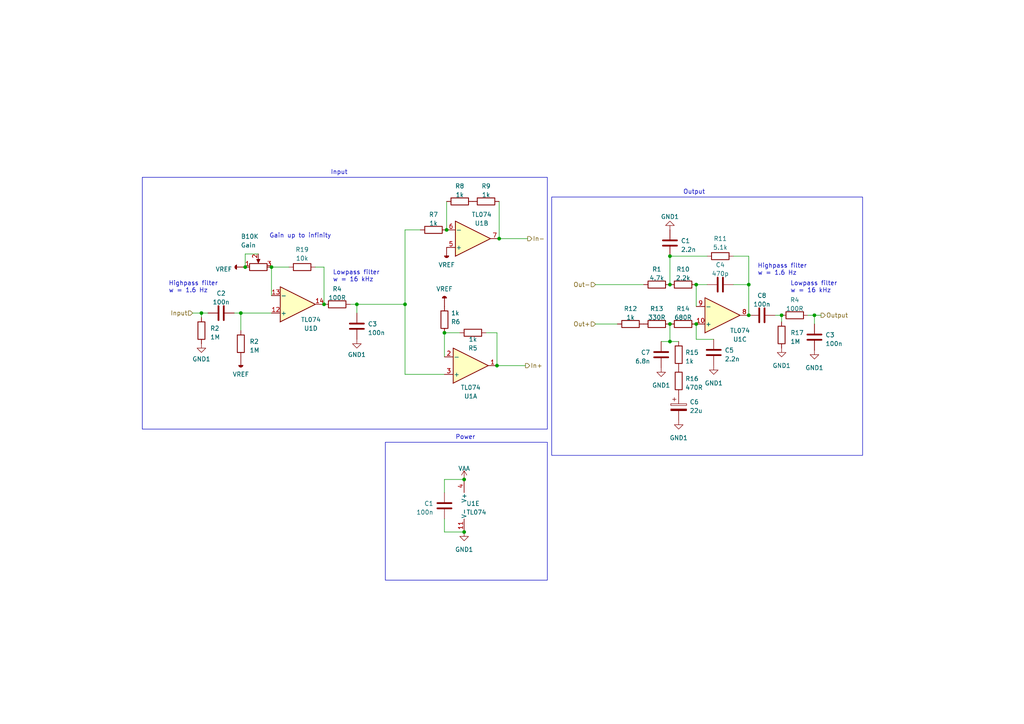
<source format=kicad_sch>
(kicad_sch (version 20230121) (generator eeschema)
  (paper "A4")
  (lib_symbols
    (symbol "Amplifier_Operational:TL074" (pin_names (offset 0.127))
      (property "Reference" "U" (at 0 5.08 0))
      (property "Value" "TL074" (at 0 -5.08 0))
      (symbol "TL074_1_1"
        (polyline (pts (xy -5.08 5.08) (xy 5.08 0) (xy -5.08 -5.08) (xy -5.08 5.08)) (stroke (width 0.254)) (fill (type background)))
        (pin output line (at 7.62 0 180) (length 2.54) (name "~") (number "1"))
        (pin input line (at -7.62 -2.54 0) (length 2.54) (name "-") (number "2"))
        (pin input line (at -7.62 2.54 0) (length 2.54) (name "+") (number "3"))
      )
      (symbol "TL074_2_1"
        (polyline (pts (xy -5.08 5.08) (xy 5.08 0) (xy -5.08 -5.08) (xy -5.08 5.08)) (stroke (width 0.254)) (fill (type background)))
        (pin input line (at -7.62 2.54 0) (length 2.54) (name "+") (number "5"))
        (pin input line (at -7.62 -2.54 0) (length 2.54) (name "-") (number "6"))
        (pin output line (at 7.62 0 180) (length 2.54) (name "~") (number "7"))
      )
      (symbol "TL074_3_1"
        (polyline (pts (xy -5.08 5.08) (xy 5.08 0) (xy -5.08 -5.08) (xy -5.08 5.08)) (stroke (width 0.254)) (fill (type background)))
        (pin input line (at -7.62 2.54 0) (length 2.54) (name "+") (number "10"))
        (pin output line (at 7.62 0 180) (length 2.54) (name "~") (number "8"))
        (pin input line (at -7.62 -2.54 0) (length 2.54) (name "-") (number "9"))
      )
      (symbol "TL074_4_1"
        (polyline (pts (xy -5.08 5.08) (xy 5.08 0) (xy -5.08 -5.08) (xy -5.08 5.08)) (stroke (width 0.254)) (fill (type background)))
        (pin input line (at -7.62 2.54 0) (length 2.54) (name "+") (number "12"))
        (pin input line (at -7.62 -2.54 0) (length 2.54) (name "-") (number "13"))
        (pin output line (at 7.62 0 180) (length 2.54) (name "~") (number "14"))
      )
      (symbol "TL074_5_1"
        (pin power_in line (at -2.54 -7.62 90) (length 3.81) (name "V-") (number "11"))
        (pin power_in line (at -2.54 7.62 270) (length 3.81) (name "V+") (number "4"))
      )
    )
    (symbol "Device:C" (pin_numbers hide) (pin_names (offset 0.254))
      (property "Reference" "C" (at 0.635 2.54 0))
      (property "Value" "C" (at 0.635 -2.54 0))
      (symbol "C_0_1"
        (polyline (pts (xy -2.032 -0.762) (xy 2.032 -0.762)) (stroke (width 0.508)))
        (polyline (pts (xy -2.032 0.762) (xy 2.032 0.762)) (stroke (width 0.508)))
      )
      (symbol "C_1_1"
        (pin passive line (at 0 3.81 270) (length 2.794) (name "~") (number "1"))
        (pin passive line (at 0 -3.81 90) (length 2.794) (name "~") (number "2"))
      )
    )
    (symbol "Device:C_Polarized" (pin_numbers hide) (pin_names (offset 0.254))
      (property "Reference" "C" (at 0.635 2.54 0))
      (property "Value" "C_Polarized" (at 0.635 -2.54 0))
      (symbol "C_Polarized_0_1"
        (rectangle (start -2.286 0.508) (end 2.286 1.016))
        (polyline (pts (xy -1.778 2.286) (xy -0.762 2.286)))
        (polyline (pts (xy -1.27 2.794) (xy -1.27 1.778)))
        (rectangle (start 2.286 -0.508) (end -2.286 -1.016) (fill (type outline)))
      )
      (symbol "C_Polarized_1_1"
        (pin passive line (at 0 3.81 270) (length 2.794) (name "~") (number "1"))
        (pin passive line (at 0 -3.81 90) (length 2.794) (name "~") (number "2"))
      )
    )
    (symbol "Device:R" (pin_numbers hide) (pin_names (offset 0))
      (property "Reference" "R" (at 2.032 0 90))
      (property "Value" "R" (at 0 0 90))
      (symbol "R_0_1"
        (rectangle (start -1.016 -2.54) (end 1.016 2.54) (stroke (width 0.254)))
      )
      (symbol "R_1_1"
        (pin passive line (at 0 3.81 270) (length 1.27) (name "~") (number "1"))
        (pin passive line (at 0 -3.81 90) (length 1.27) (name "~") (number "2"))
      )
    )
    (symbol "Device:R_Potentiometer" (pin_names (offset 1.016) hide)
      (property "Reference" "RV" (at -4.445 0 90))
      (property "Value" "R_Potentiometer" (at -2.54 0 90))
      (symbol "R_Potentiometer_0_1"
        (polyline (pts (xy 2.54 0) (xy 1.524 0)))
        (polyline (pts (xy 1.143 0) (xy 2.286 0.508) (xy 2.286 -0.508) (xy 1.143 0)) (fill (type outline)))
        (rectangle (start 1.016 2.54) (end -1.016 -2.54) (stroke (width 0.254)))
      )
      (symbol "R_Potentiometer_1_1"
        (pin passive line (at 0 3.81 270) (length 1.27) (name "1") (number "1"))
        (pin passive line (at 3.81 0 180) (length 1.27) (name "2") (number "2"))
        (pin passive line (at 0 -3.81 90) (length 1.27) (name "3") (number "3"))
      )
    )
    (symbol "power:GND1" (power) (pin_names (offset 0))
      (property "Value" "GND1" (at 0 -3.81 0))
      (symbol "GND1_0_1"
        (polyline (pts (xy 0 0) (xy 0 -1.27) (xy 1.27 -1.27) (xy 0 -2.54) (xy -1.27 -1.27) (xy 0 -1.27)))
      )
      (symbol "GND1_1_1"
        (pin power_in line (at 0 0 270) (length 0) hide (name "GND1") (number "1"))
      )
    )
    (symbol "power:VAA" (power) (pin_names (offset 0))
      (property "Value" "VAA" (at 0 3.81 0))
      (symbol "VAA_0_1"
        (polyline (pts (xy -0.762 1.27) (xy 0 2.54)))
        (polyline (pts (xy 0 0) (xy 0 2.54)))
        (polyline (pts (xy 0 2.54) (xy 0.762 1.27)))
      )
      (symbol "VAA_1_1"
        (pin power_in line (at 0 0 90) (length 0) hide (name "VAA") (number "1"))
      )
    )
    (symbol "rust-sound-card:VREF" (power) (pin_numbers hide) (pin_names (offset 0) hide) (in_bom no) (on_board no)
      (property "Value" "VREF" (at 0 7.62 0))
      (symbol "VREF_0_0"
        (polyline (pts (xy 0.6335 2.4566) (xy -0.6365 2.4566)))
        (arc (start 0.6335 2.4566) (mid -0.0042 3.0056) (end -0.6386 2.4527) (fill (type outline)))
      )
      (symbol "VREF_1_1"
        (pin power_in line (at 0 0 90) (length 3) (name "VREF") (number ""))
      )
    )
  )
  (junction (at 134.62 139.065))
  (junction (at 129.54 66.675))
  (junction (at 217.17 91.44))
  (junction (at 78.74 77.47))
  (junction (at 226.695 91.44))
  (junction (at 93.98 88.265))
  (junction (at 194.31 93.98))
  (junction (at 103.505 88.265))
  (junction (at 71.12 77.47))
  (junction (at 201.93 82.55))
  (junction (at 69.85 90.805))
  (junction (at 117.475 88.265))
  (junction (at 194.31 82.55))
  (junction (at 128.905 96.52))
  (junction (at 236.22 91.44))
  (junction (at 144.78 69.215))
  (junction (at 134.62 154.305))
  (junction (at 58.42 90.805))
  (junction (at 201.93 93.98))
  (junction (at 194.31 99.06))
  (junction (at 217.17 82.55))
  (junction (at 194.31 74.295))
  (junction (at 144.145 106.045))
  (wire (pts (xy 128.905 154.305) (xy 134.62 154.305)))
  (wire (pts (xy 236.22 91.44) (xy 236.22 93.98)))
  (wire (pts (xy 194.31 74.295) (xy 194.31 82.55)))
  (wire (pts (xy 117.475 108.585) (xy 117.475 88.265)))
  (wire (pts (xy 103.505 88.265) (xy 103.505 90.805)))
  (wire (pts (xy 117.475 88.265) (xy 117.475 66.675)))
  (wire (pts (xy 117.475 66.675) (xy 121.92 66.675)))
  (wire (pts (xy 201.93 82.55) (xy 201.93 88.9)))
  (wire (pts (xy 69.85 90.805) (xy 69.85 95.885)))
  (wire (pts (xy 212.725 74.295) (xy 217.17 74.295)))
  (wire (pts (xy 207.01 98.425) (xy 201.93 98.425)))
  (wire (pts (xy 224.79 91.44) (xy 226.695 91.44)))
  (wire (pts (xy 74.93 73.66) (xy 71.12 73.66)))
  (wire (pts (xy 194.31 93.98) (xy 194.31 99.06)))
  (wire (pts (xy 67.945 90.805) (xy 69.85 90.805)))
  (wire (pts (xy 128.905 96.52) (xy 128.905 103.505)))
  (wire (pts (xy 144.78 69.215) (xy 153.035 69.215)))
  (wire (pts (xy 58.42 90.805) (xy 58.42 92.075)))
  (wire (pts (xy 144.78 58.42) (xy 144.78 69.215)))
  (wire (pts (xy 129.54 58.42) (xy 129.54 66.675)))
  (wire (pts (xy 78.74 77.47) (xy 78.74 85.725)))
  (wire (pts (xy 234.315 91.44) (xy 236.22 91.44)))
  (wire (pts (xy 101.6 88.265) (xy 103.505 88.265)))
  (wire (pts (xy 133.35 96.52) (xy 128.905 96.52)))
  (wire (pts (xy 55.88 90.805) (xy 58.42 90.805)))
  (wire (pts (xy 83.82 77.47) (xy 78.74 77.47)))
  (wire (pts (xy 236.22 91.44) (xy 238.125 91.44)))
  (wire (pts (xy 212.725 82.55) (xy 217.17 82.55)))
  (wire (pts (xy 140.97 96.52) (xy 144.145 96.52)))
  (wire (pts (xy 144.145 106.045) (xy 152.4 106.045)))
  (wire (pts (xy 217.17 74.295) (xy 217.17 82.55)))
  (wire (pts (xy 191.77 99.06) (xy 194.31 99.06)))
  (wire (pts (xy 91.44 77.47) (xy 93.98 77.47)))
  (wire (pts (xy 194.31 99.06) (xy 196.85 99.06)))
  (wire (pts (xy 205.105 82.55) (xy 201.93 82.55)))
  (wire (pts (xy 226.695 91.44) (xy 226.695 93.345)))
  (wire (pts (xy 117.475 108.585) (xy 128.905 108.585)))
  (wire (pts (xy 69.85 90.805) (xy 78.74 90.805)))
  (wire (pts (xy 71.12 73.66) (xy 71.12 77.47)))
  (wire (pts (xy 128.905 139.065) (xy 134.62 139.065)))
  (wire (pts (xy 172.72 93.98) (xy 179.07 93.98)))
  (wire (pts (xy 217.17 82.55) (xy 217.17 91.44)))
  (wire (pts (xy 205.105 74.295) (xy 194.31 74.295)))
  (wire (pts (xy 58.42 90.805) (xy 60.325 90.805)))
  (wire (pts (xy 103.505 88.265) (xy 117.475 88.265)))
  (wire (pts (xy 144.145 96.52) (xy 144.145 106.045)))
  (wire (pts (xy 172.72 82.55) (xy 186.69 82.55)))
  (wire (pts (xy 128.905 150.495) (xy 128.905 154.305)))
  (wire (pts (xy 128.905 142.875) (xy 128.905 139.065)))
  (wire (pts (xy 201.93 98.425) (xy 201.93 93.98)))
  (wire (pts (xy 93.98 77.47) (xy 93.98 88.265)))
  (rectangle (start 41.275 51.435) (end 158.75 124.46))
  (rectangle (start 160.02 57.15) (end 250.19 132.08))
  (rectangle (start 111.76 128.27) (end 158.75 168.275))
  (text "Lowpass filter\nw = 16 kHz" (at 229.235 85.09 0) (effects (font (size 1.27 1.27)) (justify left bottom)))
  (text "Highpass filter\nw = 1.6 Hz" (at 48.895 85.09 0) (effects (font (size 1.27 1.27)) (justify left bottom)))
  (text "Gain up to infinity" (at 78.105 69.215 0) (effects (font (size 1.27 1.27)) (justify left bottom)))
  (text "Power" (at 132.08 127.635 0) (effects (font (size 1.27 1.27)) (justify left bottom)))
  (text "Input" (at 95.885 50.8 0) (effects (font (size 1.27 1.27)) (justify left bottom)))
  (text "Lowpass filter\nw = 16 kHz" (at 96.52 81.915 0) (effects (font (size 1.27 1.27)) (justify left bottom)))
  (text "Output" (at 198.12 56.515 0) (effects (font (size 1.27 1.27)) (justify left bottom)))
  (text "Highpass filter\nw = 1.6 Hz" (at 219.71 80.01 0) (effects (font (size 1.27 1.27)) (justify left bottom)))
  (hierarchical_label "In+" (shape output) (at 152.4 106.045 0))
  (hierarchical_label "Output" (shape output) (at 238.125 91.44 0))
  (hierarchical_label "In-" (shape output) (at 153.035 69.215 0))
  (hierarchical_label "Out-" (shape input) (at 172.72 82.55 180))
  (hierarchical_label "Input" (shape input) (at 55.88 90.805 180))
  (hierarchical_label "Out+" (shape input) (at 172.72 93.98 180))
  (symbol (lib_id "Device:R") (at 208.915 74.295 90) (unit 1)
    (property "Reference" "R11" (at 208.915 69.215 90))
    (property "Value" "5.1k" (at 208.915 71.755 90))
    (instances (project "rust-sound-card" (path "" (reference "R11") (unit 1)) (path "" (reference "R33") (unit 1)) (path "" (reference "R16") (unit 1))))
  )
  (symbol (lib_id "Device:R") (at 97.79 88.265 90) (unit 1)
    (property "Reference" "R4" (at 97.79 83.82 90))
    (property "Value" "100R" (at 97.79 86.36 90))
    (instances (project "rust-sound-card" (path "" (reference "R4") (unit 1)) (path "" (reference "R20") (unit 1)) (path "" (reference "R3") (unit 1))))
  )
  (symbol (lib_id "Device:C") (at 64.135 90.805 90) (unit 1)
    (property "Reference" "C2" (at 64.135 85.09 90))
    (property "Value" "100n" (at 64.135 87.63 90))
    (instances (project "rust-sound-card" (path "" (reference "C2") (unit 1)) (path "" (reference "C9") (unit 1)) (path "" (reference "C2") (unit 1))))
  )
  (symbol (lib_id "Device:C") (at 208.915 82.55 90) (unit 1)
    (property "Reference" "C4" (at 208.915 76.835 90))
    (property "Value" "470p" (at 208.915 79.375 90))
    (instances (project "rust-sound-card" (path "" (reference "C4") (unit 1)) (path "" (reference "C15") (unit 1)) (path "" (reference "C17") (unit 1))))
  )
  (symbol (lib_id "Device:R") (at 58.42 95.885 0) (unit 1)
    (property "Reference" "R2" (at 60.96 95.25 0) (effects (justify left)))
    (property "Value" "1M" (at 60.96 97.79 0) (effects (justify left)))
    (instances (project "rust-sound-card" (path "" (reference "R2") (unit 1)) (path "" (reference "R39") (unit 1)) (path "" (reference "R40") (unit 1))))
  )
  (symbol (lib_id "Device:C") (at 194.31 70.485 0) (unit 1)
    (property "Reference" "C1" (at 197.485 69.85 0) (effects (justify left)))
    (property "Value" "2.2n" (at 197.485 72.39 0) (effects (justify left)))
    (instances (project "rust-sound-card" (path "" (reference "C1") (unit 1)) (path "" (reference "C12") (unit 1)) (path "" (reference "C6") (unit 1))))
  )
  (symbol (lib_id "Device:R") (at 128.905 92.71 180) (unit 1)
    (property "Reference" "R6" (at 130.81 93.345 0) (effects (justify right)))
    (property "Value" "1k" (at 130.81 90.805 0) (effects (justify right)))
    (instances (project "rust-sound-card" (path "" (reference "R6") (unit 1)) (path "" (reference "R5") (unit 1)) (path "" (reference "R22") (unit 1))))
  )
  (symbol (lib_id "Device:R") (at 198.12 82.55 90) (unit 1)
    (property "Reference" "R10" (at 198.12 78.105 90))
    (property "Value" "2.2k" (at 198.12 80.645 90))
    (instances (project "rust-sound-card" (path "" (reference "R10") (unit 1)) (path "" (reference "R31") (unit 1)) (path "" (reference "R14") (unit 1))))
  )
  (symbol (lib_id "Device:R") (at 140.97 58.42 270) (unit 1)
    (property "Reference" "R9" (at 140.97 53.975 90))
    (property "Value" "1k" (at 140.97 56.515 90))
    (instances (project "rust-sound-card" (path "" (reference "R9") (unit 1)) (path "" (reference "R8") (unit 1)) (path "" (reference "R25") (unit 1))))
  )
  (symbol (lib_id "power:VAA") (at 134.62 139.065 0) (unit 1)
    (property "Reference" "#PWR02" (effects hide))
    (property "Value" "VAA" (at 134.62 135.89 0))
    (instances (project "rust-sound-card" (path "" (reference "#PWR02") (unit 1)) (path "" (reference "#PWR08") (unit 1))))
  )
  (symbol (lib_id "Amplifier_Operational:TL074") (at 137.16 69.215 0) (mirror x) (unit 2)
    (property "Reference" "U1" (at 139.7 64.77 0))
    (property "Value" "TL074" (at 139.7 62.23 0))
    (property "Datasheet" "http://www.ti.com/lit/ds/symlink/tl071.pdf" (effects hide))
    (instances (project "rust-sound-card" (path "" (reference "U1") (unit 2)) (path "" (reference "U1") (unit 2)) (path "" (reference "U2") (unit 2))))
  )
  (symbol (lib_id "Device:R") (at 87.63 77.47 90) (unit 1)
    (property "Reference" "R19" (at 87.63 72.39 90))
    (property "Value" "10k" (at 87.63 74.93 90))
    (instances (project "rust-sound-card" (path "" (reference "R19") (unit 1)) (path "" (reference "R2") (unit 1))))
  )
  (symbol (lib_id "Device:R") (at 125.73 66.675 270) (unit 1)
    (property "Reference" "R7" (at 125.73 62.23 90))
    (property "Value" "1k" (at 125.73 64.77 90))
    (instances (project "rust-sound-card" (path "" (reference "R7") (unit 1)) (path "" (reference "R4") (unit 1)) (path "" (reference "R21") (unit 1))))
  )
  (symbol (lib_id "Amplifier_Operational:TL074") (at 136.525 106.045 0) (mirror x) (unit 1)
    (property "Reference" "U1" (at 136.525 114.935 0))
    (property "Value" "TL074" (at 136.525 112.395 0))
    (property "Datasheet" "http://www.ti.com/lit/ds/symlink/tl071.pdf" (effects hide))
    (instances (project "rust-sound-card" (path "" (reference "U1") (unit 1)) (path "" (reference "U1") (unit 1)) (path "" (reference "U2") (unit 1))))
  )
  (symbol (lib_id "power:GND1") (at 226.695 100.965 0) (unit 1)
    (property "Reference" "#PWR010" (effects hide))
    (property "Value" "GND1" (at 226.695 106.045 0))
    (instances (project "rust-sound-card" (path "" (reference "#PWR010") (unit 1)) (path "" (reference "#PWR020") (unit 1)) (path "" (reference "#PWR024") (unit 1))))
  )
  (symbol (lib_id "rust-sound-card:VREF") (at 69.85 103.505 180) (unit 1) (in_bom no) (on_board no)
    (property "Reference" "#PWR01" (effects hide))
    (property "Value" "VREF" (at 69.8525 108.585 0))
    (instances (project "rust-sound-card" (path "" (reference "#PWR01") (unit 1)) (path "" (reference "#PWR011") (unit 1)) (path "" (reference "#PWR03") (unit 1))))
  )
  (symbol (lib_id "Device:R") (at 196.85 110.49 180) (unit 1)
    (property "Reference" "R16" (at 198.755 109.855 0) (effects (justify right)))
    (property "Value" "470R" (at 198.755 112.395 0) (effects (justify right)))
    (instances (project "rust-sound-card" (path "" (reference "R16") (unit 1)) (path "" (reference "R30") (unit 1)) (path "" (reference "R13") (unit 1))))
  )
  (symbol (lib_id "power:GND1") (at 207.01 106.045 0) (unit 1)
    (property "Reference" "#PWR05" (effects hide))
    (property "Value" "GND1" (at 207.01 111.125 0))
    (instances (project "rust-sound-card" (path "" (reference "#PWR05") (unit 1)) (path "" (reference "#PWR019") (unit 1)) (path "" (reference "#PWR023") (unit 1))))
  )
  (symbol (lib_id "Amplifier_Operational:TL074") (at 209.55 91.44 0) (mirror x) (unit 3)
    (property "Reference" "U1" (at 214.63 98.425 0))
    (property "Value" "TL074" (at 214.63 95.885 0))
    (property "Datasheet" "http://www.ti.com/lit/ds/symlink/tl071.pdf" (effects hide))
    (instances (project "rust-sound-card" (path "" (reference "U1") (unit 3)) (path "" (reference "U1") (unit 3)) (path "" (reference "U2") (unit 3))))
  )
  (symbol (lib_id "Amplifier_Operational:TL074") (at 86.36 88.265 0) (mirror x) (unit 4)
    (property "Reference" "U1" (at 90.17 95.25 0))
    (property "Value" "TL074" (at 90.17 92.71 0))
    (property "Datasheet" "http://www.ti.com/lit/ds/symlink/tl071.pdf" (effects hide))
    (instances (project "rust-sound-card" (path "" (reference "U1") (unit 4)) (path "" (reference "U1") (unit 4)) (path "" (reference "U2") (unit 4))))
  )
  (symbol (lib_id "Device:R") (at 190.5 93.98 90) (unit 1)
    (property "Reference" "R13" (at 190.5 89.535 90))
    (property "Value" "330R" (at 190.5 92.075 90))
    (instances (project "rust-sound-card" (path "" (reference "R13") (unit 1)) (path "" (reference "R28") (unit 1)) (path "" (reference "R11") (unit 1))))
  )
  (symbol (lib_id "Device:R") (at 190.5 82.55 90) (unit 1)
    (property "Reference" "R1" (at 190.5 78.105 90))
    (property "Value" "4.7k" (at 190.5 80.645 90))
    (instances (project "rust-sound-card" (path "" (reference "R1") (unit 1)) (path "" (reference "R27") (unit 1)) (path "" (reference "R10") (unit 1))))
  )
  (symbol (lib_id "rust-sound-card:VREF") (at 71.12 77.47 90) (unit 1) (in_bom no) (on_board no)
    (property "Reference" "#PWR04" (effects hide))
    (property "Value" "VREF" (at 67.31 78.1075 90) (effects (justify left)))
    (instances (project "rust-sound-card" (path "" (reference "#PWR04") (unit 1)) (path "" (reference "#PWR04") (unit 1)) (path "" (reference "#PWR012") (unit 1))))
  )
  (symbol (lib_id "rust-sound-card:VREF") (at 128.905 88.9 0) (mirror y) (unit 1) (in_bom no) (on_board no)
    (property "Reference" "#PWR07" (effects hide))
    (property "Value" "VREF" (at 128.9075 83.82 0))
    (instances (project "rust-sound-card" (path "" (reference "#PWR07") (unit 1)) (path "" (reference "#PWR06") (unit 1)) (path "" (reference "#PWR014") (unit 1))))
  )
  (symbol (lib_id "Device:R") (at 69.85 99.695 0) (unit 1)
    (property "Reference" "R2" (at 72.39 99.06 0) (effects (justify left)))
    (property "Value" "1M" (at 72.39 101.6 0) (effects (justify left)))
    (instances (project "rust-sound-card" (path "" (reference "R2") (unit 1)) (path "" (reference "R18") (unit 1)) (path "" (reference "R1") (unit 1))))
  )
  (symbol (lib_id "power:GND1") (at 58.42 99.695 0) (unit 1)
    (property "Reference" "#PWR039" (effects hide))
    (property "Value" "GND1" (at 58.42 104.14 0))
    (instances (project "rust-sound-card" (path "" (reference "#PWR039") (unit 1)) (path "" (reference "#PWR038") (unit 1))))
  )
  (symbol (lib_id "Device:C") (at 220.98 91.44 90) (unit 1)
    (property "Reference" "C8" (at 220.98 85.725 90))
    (property "Value" "100n" (at 220.98 88.265 90))
    (instances (project "rust-sound-card" (path "" (reference "C8") (unit 1)) (path "" (reference "C16") (unit 1)) (path "" (reference "C18") (unit 1))))
  )
  (symbol (lib_id "Device:R") (at 196.85 102.87 180) (unit 1)
    (property "Reference" "R15" (at 198.755 102.235 0) (effects (justify right)))
    (property "Value" "1k" (at 198.755 104.775 0) (effects (justify right)))
    (instances (project "rust-sound-card" (path "" (reference "R15") (unit 1)) (path "" (reference "R29") (unit 1)) (path "" (reference "R12") (unit 1))))
  )
  (symbol (lib_id "Device:C") (at 207.01 102.235 0) (unit 1)
    (property "Reference" "C5" (at 210.185 101.6 0) (effects (justify left)))
    (property "Value" "2.2n" (at 210.185 104.14 0) (effects (justify left)))
    (instances (project "rust-sound-card" (path "" (reference "C5") (unit 1)) (path "" (reference "C14") (unit 1)) (path "" (reference "C8") (unit 1))))
  )
  (symbol (lib_id "power:GND1") (at 134.62 154.305 0) (unit 1)
    (property "Reference" "#PWR06" (effects hide))
    (property "Value" "GND1" (at 134.62 159.385 0))
    (instances (project "rust-sound-card" (path "" (reference "#PWR06") (unit 1)) (path "" (reference "#PWR01") (unit 1)) (path "" (reference "#PWR09") (unit 1))))
  )
  (symbol (lib_id "rust-sound-card:VREF") (at 129.54 71.755 180) (unit 1) (in_bom no) (on_board no)
    (property "Reference" "#PWR08" (effects hide))
    (property "Value" "VREF" (at 129.5425 76.835 0))
    (instances (project "rust-sound-card" (path "" (reference "#PWR08") (unit 1)) (path "" (reference "#PWR07") (unit 1)) (path "" (reference "#PWR015") (unit 1))))
  )
  (symbol (lib_id "Device:R") (at 230.505 91.44 90) (unit 1)
    (property "Reference" "R4" (at 230.505 86.995 90))
    (property "Value" "100R" (at 230.505 89.535 90))
    (instances (project "rust-sound-card" (path "" (reference "R4") (unit 1)) (path "" (reference "R41") (unit 1)) (path "" (reference "R42") (unit 1))))
  )
  (symbol (lib_id "Device:R") (at 226.695 97.155 0) (unit 1)
    (property "Reference" "R17" (at 229.235 96.52 0) (effects (justify left)))
    (property "Value" "1M" (at 229.235 99.06 0) (effects (justify left)))
    (instances (project "rust-sound-card" (path "" (reference "R17") (unit 1)) (path "" (reference "R34") (unit 1)) (path "" (reference "R17") (unit 1))))
  )
  (symbol (lib_id "Device:R_Potentiometer") (at 74.93 77.47 90) (unit 1)
    (property "Reference" "Gain" (at 69.85 71.12 90) (effects (justify right)))
    (property "Value" "B10K" (at 69.85 68.58 90) (effects (justify right)))
    (instances (project "rust-sound-card" (path "" (reference "Gain") (unit 1)) (path "" (reference "Gain1") (unit 1)) (path "" (reference "Gain2") (unit 1))))
  )
  (symbol (lib_id "Device:R") (at 137.16 96.52 270) (mirror x) (unit 1)
    (property "Reference" "R5" (at 137.16 100.965 90))
    (property "Value" "1k" (at 137.16 98.425 90))
    (instances (project "rust-sound-card" (path "" (reference "R5") (unit 1)) (path "" (reference "R7") (unit 1)) (path "" (reference "R24") (unit 1))))
  )
  (symbol (lib_id "Device:R") (at 182.88 93.98 90) (unit 1)
    (property "Reference" "R12" (at 182.88 89.535 90))
    (property "Value" "1k" (at 182.88 92.075 90))
    (instances (project "rust-sound-card" (path "" (reference "R12") (unit 1)) (path "" (reference "R26") (unit 1)) (path "" (reference "R9") (unit 1))))
  )
  (symbol (lib_id "Device:R") (at 133.35 58.42 270) (unit 1)
    (property "Reference" "R8" (at 133.35 53.975 90))
    (property "Value" "1k" (at 133.35 56.515 90))
    (instances (project "rust-sound-card" (path "" (reference "R8") (unit 1)) (path "" (reference "R6") (unit 1)) (path "" (reference "R23") (unit 1))))
  )
  (symbol (lib_id "Device:R") (at 198.12 93.98 90) (unit 1)
    (property "Reference" "R14" (at 198.12 89.535 90))
    (property "Value" "680R" (at 198.12 92.075 90))
    (instances (project "rust-sound-card" (path "" (reference "R14") (unit 1)) (path "" (reference "R32") (unit 1)) (path "" (reference "R15") (unit 1))))
  )
  (symbol (lib_id "Device:C") (at 236.22 97.79 0) (unit 1)
    (property "Reference" "C3" (at 239.395 97.155 0) (effects (justify left)))
    (property "Value" "100n" (at 239.395 99.695 0) (effects (justify left)))
    (instances (project "rust-sound-card" (path "" (reference "C3") (unit 1)) (path "" (reference "C24") (unit 1)) (path "" (reference "C25") (unit 1))))
  )
  (symbol (lib_id "power:GND1") (at 194.31 66.675 180) (unit 1)
    (property "Reference" "#PWR02" (effects hide))
    (property "Value" "GND1" (at 194.31 62.865 0))
    (instances (project "rust-sound-card" (path "" (reference "#PWR02") (unit 1)) (path "" (reference "#PWR017") (unit 1)) (path "" (reference "#PWR021") (unit 1))))
  )
  (symbol (lib_id "Device:C") (at 103.505 94.615 0) (unit 1)
    (property "Reference" "C3" (at 106.68 93.98 0) (effects (justify left)))
    (property "Value" "100n" (at 106.68 96.52 0) (effects (justify left)))
    (instances (project "rust-sound-card" (path "" (reference "C3") (unit 1)) (path "" (reference "C10") (unit 1)) (path "" (reference "C3") (unit 1))))
  )
  (symbol (lib_id "Device:C") (at 191.77 102.87 0) (unit 1)
    (property "Reference" "C7" (at 188.595 102.235 0) (effects (justify right)))
    (property "Value" "6.8n" (at 188.595 104.775 0) (effects (justify right)))
    (instances (project "rust-sound-card" (path "" (reference "C7") (unit 1)) (path "" (reference "C11") (unit 1)) (path "" (reference "C5") (unit 1))))
  )
  (symbol (lib_id "power:GND1") (at 236.22 101.6 0) (unit 1)
    (property "Reference" "#PWR010" (effects hide))
    (property "Value" "GND1" (at 236.22 106.68 0))
    (instances (project "rust-sound-card" (path "" (reference "#PWR010") (unit 1)) (path "" (reference "#PWR040") (unit 1)) (path "" (reference "#PWR041") (unit 1))))
  )
  (symbol (lib_id "Device:C") (at 128.905 146.685 0) (unit 1)
    (property "Reference" "C1" (at 125.73 146.05 0) (effects (justify right)))
    (property "Value" "100n" (at 125.73 148.59 0) (effects (justify right)))
    (instances (project "rust-sound-card" (path "" (reference "C1") (unit 1)) (path "" (reference "C4") (unit 1))))
  )
  (symbol (lib_id "power:GND1") (at 196.85 121.92 0) (unit 1)
    (property "Reference" "#PWR06" (effects hide))
    (property "Value" "GND1" (at 196.85 127 0))
    (instances (project "rust-sound-card" (path "" (reference "#PWR06") (unit 1)) (path "" (reference "#PWR018") (unit 1)) (path "" (reference "#PWR022") (unit 1))))
  )
  (symbol (lib_id "power:GND1") (at 191.77 106.68 0) (unit 1)
    (property "Reference" "#PWR09" (effects hide))
    (property "Value" "GND1" (at 191.77 111.76 0))
    (instances (project "rust-sound-card" (path "" (reference "#PWR09") (unit 1)) (path "" (reference "#PWR016") (unit 1)) (path "" (reference "#PWR010") (unit 1))))
  )
  (symbol (lib_id "Device:C_Polarized") (at 196.85 118.11 0) (unit 1)
    (property "Reference" "C6" (at 200.025 116.586 0) (effects (justify left)))
    (property "Value" "22u" (at 200.025 119.126 0) (effects (justify left)))
    (instances (project "rust-sound-card" (path "" (reference "C6") (unit 1)) (path "" (reference "C13") (unit 1)) (path "" (reference "C7") (unit 1))))
  )
  (symbol (lib_id "power:GND1") (at 103.505 98.425 0) (unit 1)
    (property "Reference" "#PWR013" (effects hide))
    (property "Value" "GND1" (at 103.505 102.87 0))
    (instances (project "rust-sound-card" (path "" (reference "#PWR013") (unit 1)) (path "" (reference "#PWR05") (unit 1))))
  )
  (symbol (lib_id "Amplifier_Operational:TL074") (at 137.16 146.685 0) (unit 5)
    (property "Reference" "U1" (at 135.255 146.05 0) (effects (justify left)))
    (property "Value" "TL074" (at 135.255 148.59 0) (effects (justify left)))
    (property "Datasheet" "http://www.ti.com/lit/ds/symlink/tl071.pdf" (effects hide))
    (instances (project "rust-sound-card" (path "" (reference "U1") (unit 5)) (path "" (reference "U2") (unit 5)) (path "" (reference "U1") (unit 5))))
  )
)
</source>
